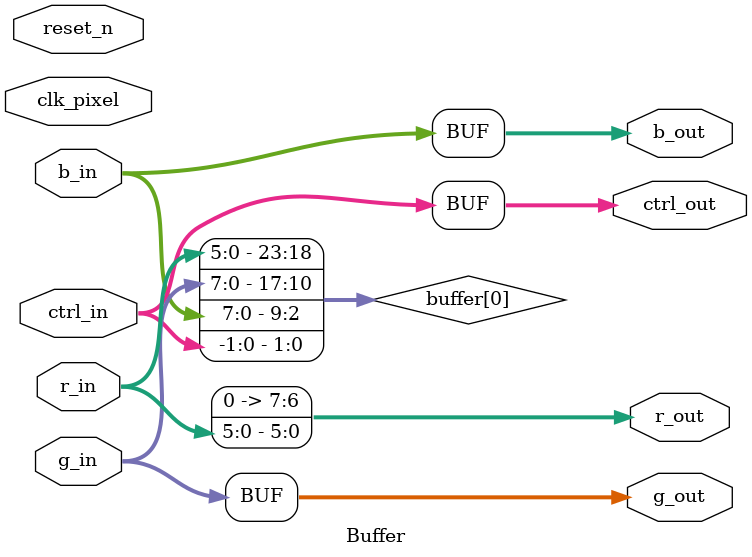
<source format=sv>
module Buffer #(
    parameter CTRL_WIDTH    = 0,
    parameter COUNTER_WIDTH = 10,
    parameter DELAY         = 0
) (
    input logic clk_pixel,
    input logic reset_n,
    input logic[7:0] r_in,
    input logic[7:0] g_in,
    input logic[7:0] b_in,
    input logic[CTRL_WIDTH-1:0] ctrl_in,
    output logic[7:0] r_out,
    output logic[7:0] g_out,
    output logic[7:0] b_out,
    output logic[CTRL_WIDTH-1:0] ctrl_out
);

    logic[CTRL_WIDTH+24-1:0] buffer[DELAY:0];

    assign buffer[0] = {r_in, g_in, b_in, ctrl_in};
    assign {r_out, g_out, b_out, ctrl_out} = buffer[DELAY];

    always_ff @(posedge clk_pixel, negedge reset_n)
        if (reset_n == '0)
            for (int i = 0; i < DELAY; i++) begin
                buffer[i + 1] <= '0;
            end
        else
            for (int i = 0; i < DELAY; i++) begin
                buffer[i + 1] <= buffer[i];
            end

endmodule

</source>
